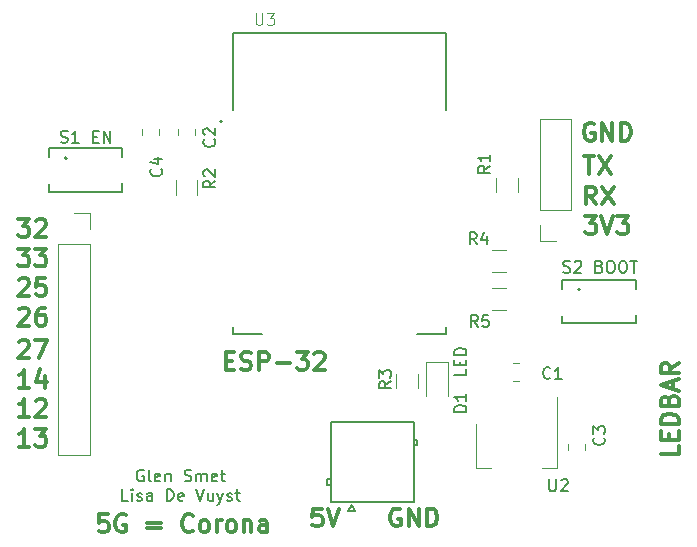
<source format=gto>
G04 #@! TF.GenerationSoftware,KiCad,Pcbnew,(5.1.7-0-10_14)*
G04 #@! TF.CreationDate,2021-04-09T21:32:17+02:00*
G04 #@! TF.ProjectId,LEDbarPCB,4c454462-6172-4504-9342-2e6b69636164,rev?*
G04 #@! TF.SameCoordinates,Original*
G04 #@! TF.FileFunction,Legend,Top*
G04 #@! TF.FilePolarity,Positive*
%FSLAX46Y46*%
G04 Gerber Fmt 4.6, Leading zero omitted, Abs format (unit mm)*
G04 Created by KiCad (PCBNEW (5.1.7-0-10_14)) date 2021-04-09 21:32:17*
%MOMM*%
%LPD*%
G01*
G04 APERTURE LIST*
%ADD10C,0.150000*%
%ADD11C,0.300000*%
%ADD12C,0.200000*%
%ADD13C,0.127000*%
%ADD14C,0.120000*%
%ADD15C,0.015000*%
G04 APERTURE END LIST*
D10*
X128630952Y-70675000D02*
X128535714Y-70627380D01*
X128392857Y-70627380D01*
X128250000Y-70675000D01*
X128154761Y-70770238D01*
X128107142Y-70865476D01*
X128059523Y-71055952D01*
X128059523Y-71198809D01*
X128107142Y-71389285D01*
X128154761Y-71484523D01*
X128250000Y-71579761D01*
X128392857Y-71627380D01*
X128488095Y-71627380D01*
X128630952Y-71579761D01*
X128678571Y-71532142D01*
X128678571Y-71198809D01*
X128488095Y-71198809D01*
X129250000Y-71627380D02*
X129154761Y-71579761D01*
X129107142Y-71484523D01*
X129107142Y-70627380D01*
X130011904Y-71579761D02*
X129916666Y-71627380D01*
X129726190Y-71627380D01*
X129630952Y-71579761D01*
X129583333Y-71484523D01*
X129583333Y-71103571D01*
X129630952Y-71008333D01*
X129726190Y-70960714D01*
X129916666Y-70960714D01*
X130011904Y-71008333D01*
X130059523Y-71103571D01*
X130059523Y-71198809D01*
X129583333Y-71294047D01*
X130488095Y-70960714D02*
X130488095Y-71627380D01*
X130488095Y-71055952D02*
X130535714Y-71008333D01*
X130630952Y-70960714D01*
X130773809Y-70960714D01*
X130869047Y-71008333D01*
X130916666Y-71103571D01*
X130916666Y-71627380D01*
X132107142Y-71579761D02*
X132250000Y-71627380D01*
X132488095Y-71627380D01*
X132583333Y-71579761D01*
X132630952Y-71532142D01*
X132678571Y-71436904D01*
X132678571Y-71341666D01*
X132630952Y-71246428D01*
X132583333Y-71198809D01*
X132488095Y-71151190D01*
X132297619Y-71103571D01*
X132202380Y-71055952D01*
X132154761Y-71008333D01*
X132107142Y-70913095D01*
X132107142Y-70817857D01*
X132154761Y-70722619D01*
X132202380Y-70675000D01*
X132297619Y-70627380D01*
X132535714Y-70627380D01*
X132678571Y-70675000D01*
X133107142Y-71627380D02*
X133107142Y-70960714D01*
X133107142Y-71055952D02*
X133154761Y-71008333D01*
X133250000Y-70960714D01*
X133392857Y-70960714D01*
X133488095Y-71008333D01*
X133535714Y-71103571D01*
X133535714Y-71627380D01*
X133535714Y-71103571D02*
X133583333Y-71008333D01*
X133678571Y-70960714D01*
X133821428Y-70960714D01*
X133916666Y-71008333D01*
X133964285Y-71103571D01*
X133964285Y-71627380D01*
X134821428Y-71579761D02*
X134726190Y-71627380D01*
X134535714Y-71627380D01*
X134440476Y-71579761D01*
X134392857Y-71484523D01*
X134392857Y-71103571D01*
X134440476Y-71008333D01*
X134535714Y-70960714D01*
X134726190Y-70960714D01*
X134821428Y-71008333D01*
X134869047Y-71103571D01*
X134869047Y-71198809D01*
X134392857Y-71294047D01*
X135154761Y-70960714D02*
X135535714Y-70960714D01*
X135297619Y-70627380D02*
X135297619Y-71484523D01*
X135345238Y-71579761D01*
X135440476Y-71627380D01*
X135535714Y-71627380D01*
X127321428Y-73277380D02*
X126845238Y-73277380D01*
X126845238Y-72277380D01*
X127654761Y-73277380D02*
X127654761Y-72610714D01*
X127654761Y-72277380D02*
X127607142Y-72325000D01*
X127654761Y-72372619D01*
X127702380Y-72325000D01*
X127654761Y-72277380D01*
X127654761Y-72372619D01*
X128083333Y-73229761D02*
X128178571Y-73277380D01*
X128369047Y-73277380D01*
X128464285Y-73229761D01*
X128511904Y-73134523D01*
X128511904Y-73086904D01*
X128464285Y-72991666D01*
X128369047Y-72944047D01*
X128226190Y-72944047D01*
X128130952Y-72896428D01*
X128083333Y-72801190D01*
X128083333Y-72753571D01*
X128130952Y-72658333D01*
X128226190Y-72610714D01*
X128369047Y-72610714D01*
X128464285Y-72658333D01*
X129369047Y-73277380D02*
X129369047Y-72753571D01*
X129321428Y-72658333D01*
X129226190Y-72610714D01*
X129035714Y-72610714D01*
X128940476Y-72658333D01*
X129369047Y-73229761D02*
X129273809Y-73277380D01*
X129035714Y-73277380D01*
X128940476Y-73229761D01*
X128892857Y-73134523D01*
X128892857Y-73039285D01*
X128940476Y-72944047D01*
X129035714Y-72896428D01*
X129273809Y-72896428D01*
X129369047Y-72848809D01*
X130607142Y-73277380D02*
X130607142Y-72277380D01*
X130845238Y-72277380D01*
X130988095Y-72325000D01*
X131083333Y-72420238D01*
X131130952Y-72515476D01*
X131178571Y-72705952D01*
X131178571Y-72848809D01*
X131130952Y-73039285D01*
X131083333Y-73134523D01*
X130988095Y-73229761D01*
X130845238Y-73277380D01*
X130607142Y-73277380D01*
X131988095Y-73229761D02*
X131892857Y-73277380D01*
X131702380Y-73277380D01*
X131607142Y-73229761D01*
X131559523Y-73134523D01*
X131559523Y-72753571D01*
X131607142Y-72658333D01*
X131702380Y-72610714D01*
X131892857Y-72610714D01*
X131988095Y-72658333D01*
X132035714Y-72753571D01*
X132035714Y-72848809D01*
X131559523Y-72944047D01*
X133083333Y-72277380D02*
X133416666Y-73277380D01*
X133750000Y-72277380D01*
X134511904Y-72610714D02*
X134511904Y-73277380D01*
X134083333Y-72610714D02*
X134083333Y-73134523D01*
X134130952Y-73229761D01*
X134226190Y-73277380D01*
X134369047Y-73277380D01*
X134464285Y-73229761D01*
X134511904Y-73182142D01*
X134892857Y-72610714D02*
X135130952Y-73277380D01*
X135369047Y-72610714D02*
X135130952Y-73277380D01*
X135035714Y-73515476D01*
X134988095Y-73563095D01*
X134892857Y-73610714D01*
X135702380Y-73229761D02*
X135797619Y-73277380D01*
X135988095Y-73277380D01*
X136083333Y-73229761D01*
X136130952Y-73134523D01*
X136130952Y-73086904D01*
X136083333Y-72991666D01*
X135988095Y-72944047D01*
X135845238Y-72944047D01*
X135750000Y-72896428D01*
X135702380Y-72801190D01*
X135702380Y-72753571D01*
X135750000Y-72658333D01*
X135845238Y-72610714D01*
X135988095Y-72610714D01*
X136083333Y-72658333D01*
X136416666Y-72610714D02*
X136797619Y-72610714D01*
X136559523Y-72277380D02*
X136559523Y-73134523D01*
X136607142Y-73229761D01*
X136702380Y-73277380D01*
X136797619Y-73277380D01*
D11*
X135607142Y-61392857D02*
X136107142Y-61392857D01*
X136321428Y-62178571D02*
X135607142Y-62178571D01*
X135607142Y-60678571D01*
X136321428Y-60678571D01*
X136892857Y-62107142D02*
X137107142Y-62178571D01*
X137464285Y-62178571D01*
X137607142Y-62107142D01*
X137678571Y-62035714D01*
X137750000Y-61892857D01*
X137750000Y-61750000D01*
X137678571Y-61607142D01*
X137607142Y-61535714D01*
X137464285Y-61464285D01*
X137178571Y-61392857D01*
X137035714Y-61321428D01*
X136964285Y-61250000D01*
X136892857Y-61107142D01*
X136892857Y-60964285D01*
X136964285Y-60821428D01*
X137035714Y-60750000D01*
X137178571Y-60678571D01*
X137535714Y-60678571D01*
X137750000Y-60750000D01*
X138392857Y-62178571D02*
X138392857Y-60678571D01*
X138964285Y-60678571D01*
X139107142Y-60750000D01*
X139178571Y-60821428D01*
X139250000Y-60964285D01*
X139250000Y-61178571D01*
X139178571Y-61321428D01*
X139107142Y-61392857D01*
X138964285Y-61464285D01*
X138392857Y-61464285D01*
X139892857Y-61607142D02*
X141035714Y-61607142D01*
X141607142Y-60678571D02*
X142535714Y-60678571D01*
X142035714Y-61250000D01*
X142250000Y-61250000D01*
X142392857Y-61321428D01*
X142464285Y-61392857D01*
X142535714Y-61535714D01*
X142535714Y-61892857D01*
X142464285Y-62035714D01*
X142392857Y-62107142D01*
X142250000Y-62178571D01*
X141821428Y-62178571D01*
X141678571Y-62107142D01*
X141607142Y-62035714D01*
X143107142Y-60821428D02*
X143178571Y-60750000D01*
X143321428Y-60678571D01*
X143678571Y-60678571D01*
X143821428Y-60750000D01*
X143892857Y-60821428D01*
X143964285Y-60964285D01*
X143964285Y-61107142D01*
X143892857Y-61321428D01*
X143035714Y-62178571D01*
X143964285Y-62178571D01*
X125607142Y-74428571D02*
X124892857Y-74428571D01*
X124821428Y-75142857D01*
X124892857Y-75071428D01*
X125035714Y-75000000D01*
X125392857Y-75000000D01*
X125535714Y-75071428D01*
X125607142Y-75142857D01*
X125678571Y-75285714D01*
X125678571Y-75642857D01*
X125607142Y-75785714D01*
X125535714Y-75857142D01*
X125392857Y-75928571D01*
X125035714Y-75928571D01*
X124892857Y-75857142D01*
X124821428Y-75785714D01*
X127107142Y-74500000D02*
X126964285Y-74428571D01*
X126750000Y-74428571D01*
X126535714Y-74500000D01*
X126392857Y-74642857D01*
X126321428Y-74785714D01*
X126250000Y-75071428D01*
X126250000Y-75285714D01*
X126321428Y-75571428D01*
X126392857Y-75714285D01*
X126535714Y-75857142D01*
X126750000Y-75928571D01*
X126892857Y-75928571D01*
X127107142Y-75857142D01*
X127178571Y-75785714D01*
X127178571Y-75285714D01*
X126892857Y-75285714D01*
X128964285Y-75142857D02*
X130107142Y-75142857D01*
X130107142Y-75571428D02*
X128964285Y-75571428D01*
X132821428Y-75785714D02*
X132750000Y-75857142D01*
X132535714Y-75928571D01*
X132392857Y-75928571D01*
X132178571Y-75857142D01*
X132035714Y-75714285D01*
X131964285Y-75571428D01*
X131892857Y-75285714D01*
X131892857Y-75071428D01*
X131964285Y-74785714D01*
X132035714Y-74642857D01*
X132178571Y-74500000D01*
X132392857Y-74428571D01*
X132535714Y-74428571D01*
X132750000Y-74500000D01*
X132821428Y-74571428D01*
X133678571Y-75928571D02*
X133535714Y-75857142D01*
X133464285Y-75785714D01*
X133392857Y-75642857D01*
X133392857Y-75214285D01*
X133464285Y-75071428D01*
X133535714Y-75000000D01*
X133678571Y-74928571D01*
X133892857Y-74928571D01*
X134035714Y-75000000D01*
X134107142Y-75071428D01*
X134178571Y-75214285D01*
X134178571Y-75642857D01*
X134107142Y-75785714D01*
X134035714Y-75857142D01*
X133892857Y-75928571D01*
X133678571Y-75928571D01*
X134821428Y-75928571D02*
X134821428Y-74928571D01*
X134821428Y-75214285D02*
X134892857Y-75071428D01*
X134964285Y-75000000D01*
X135107142Y-74928571D01*
X135250000Y-74928571D01*
X135964285Y-75928571D02*
X135821428Y-75857142D01*
X135750000Y-75785714D01*
X135678571Y-75642857D01*
X135678571Y-75214285D01*
X135750000Y-75071428D01*
X135821428Y-75000000D01*
X135964285Y-74928571D01*
X136178571Y-74928571D01*
X136321428Y-75000000D01*
X136392857Y-75071428D01*
X136464285Y-75214285D01*
X136464285Y-75642857D01*
X136392857Y-75785714D01*
X136321428Y-75857142D01*
X136178571Y-75928571D01*
X135964285Y-75928571D01*
X137107142Y-74928571D02*
X137107142Y-75928571D01*
X137107142Y-75071428D02*
X137178571Y-75000000D01*
X137321428Y-74928571D01*
X137535714Y-74928571D01*
X137678571Y-75000000D01*
X137750000Y-75142857D01*
X137750000Y-75928571D01*
X139107142Y-75928571D02*
X139107142Y-75142857D01*
X139035714Y-75000000D01*
X138892857Y-74928571D01*
X138607142Y-74928571D01*
X138464285Y-75000000D01*
X139107142Y-75857142D02*
X138964285Y-75928571D01*
X138607142Y-75928571D01*
X138464285Y-75857142D01*
X138392857Y-75714285D01*
X138392857Y-75571428D01*
X138464285Y-75428571D01*
X138607142Y-75357142D01*
X138964285Y-75357142D01*
X139107142Y-75285714D01*
X118964285Y-68678571D02*
X118107142Y-68678571D01*
X118535714Y-68678571D02*
X118535714Y-67178571D01*
X118392857Y-67392857D01*
X118250000Y-67535714D01*
X118107142Y-67607142D01*
X119464285Y-67178571D02*
X120392857Y-67178571D01*
X119892857Y-67750000D01*
X120107142Y-67750000D01*
X120250000Y-67821428D01*
X120321428Y-67892857D01*
X120392857Y-68035714D01*
X120392857Y-68392857D01*
X120321428Y-68535714D01*
X120250000Y-68607142D01*
X120107142Y-68678571D01*
X119678571Y-68678571D01*
X119535714Y-68607142D01*
X119464285Y-68535714D01*
X118964285Y-66178571D02*
X118107142Y-66178571D01*
X118535714Y-66178571D02*
X118535714Y-64678571D01*
X118392857Y-64892857D01*
X118250000Y-65035714D01*
X118107142Y-65107142D01*
X119535714Y-64821428D02*
X119607142Y-64750000D01*
X119750000Y-64678571D01*
X120107142Y-64678571D01*
X120250000Y-64750000D01*
X120321428Y-64821428D01*
X120392857Y-64964285D01*
X120392857Y-65107142D01*
X120321428Y-65321428D01*
X119464285Y-66178571D01*
X120392857Y-66178571D01*
X118964285Y-63678571D02*
X118107142Y-63678571D01*
X118535714Y-63678571D02*
X118535714Y-62178571D01*
X118392857Y-62392857D01*
X118250000Y-62535714D01*
X118107142Y-62607142D01*
X120250000Y-62678571D02*
X120250000Y-63678571D01*
X119892857Y-62107142D02*
X119535714Y-63178571D01*
X120464285Y-63178571D01*
X118107142Y-59821428D02*
X118178571Y-59750000D01*
X118321428Y-59678571D01*
X118678571Y-59678571D01*
X118821428Y-59750000D01*
X118892857Y-59821428D01*
X118964285Y-59964285D01*
X118964285Y-60107142D01*
X118892857Y-60321428D01*
X118035714Y-61178571D01*
X118964285Y-61178571D01*
X119464285Y-59678571D02*
X120464285Y-59678571D01*
X119821428Y-61178571D01*
X118107142Y-57071428D02*
X118178571Y-57000000D01*
X118321428Y-56928571D01*
X118678571Y-56928571D01*
X118821428Y-57000000D01*
X118892857Y-57071428D01*
X118964285Y-57214285D01*
X118964285Y-57357142D01*
X118892857Y-57571428D01*
X118035714Y-58428571D01*
X118964285Y-58428571D01*
X120250000Y-56928571D02*
X119964285Y-56928571D01*
X119821428Y-57000000D01*
X119750000Y-57071428D01*
X119607142Y-57285714D01*
X119535714Y-57571428D01*
X119535714Y-58142857D01*
X119607142Y-58285714D01*
X119678571Y-58357142D01*
X119821428Y-58428571D01*
X120107142Y-58428571D01*
X120250000Y-58357142D01*
X120321428Y-58285714D01*
X120392857Y-58142857D01*
X120392857Y-57785714D01*
X120321428Y-57642857D01*
X120250000Y-57571428D01*
X120107142Y-57500000D01*
X119821428Y-57500000D01*
X119678571Y-57571428D01*
X119607142Y-57642857D01*
X119535714Y-57785714D01*
X118107142Y-54571428D02*
X118178571Y-54500000D01*
X118321428Y-54428571D01*
X118678571Y-54428571D01*
X118821428Y-54500000D01*
X118892857Y-54571428D01*
X118964285Y-54714285D01*
X118964285Y-54857142D01*
X118892857Y-55071428D01*
X118035714Y-55928571D01*
X118964285Y-55928571D01*
X120321428Y-54428571D02*
X119607142Y-54428571D01*
X119535714Y-55142857D01*
X119607142Y-55071428D01*
X119750000Y-55000000D01*
X120107142Y-55000000D01*
X120250000Y-55071428D01*
X120321428Y-55142857D01*
X120392857Y-55285714D01*
X120392857Y-55642857D01*
X120321428Y-55785714D01*
X120250000Y-55857142D01*
X120107142Y-55928571D01*
X119750000Y-55928571D01*
X119607142Y-55857142D01*
X119535714Y-55785714D01*
X118035714Y-51928571D02*
X118964285Y-51928571D01*
X118464285Y-52500000D01*
X118678571Y-52500000D01*
X118821428Y-52571428D01*
X118892857Y-52642857D01*
X118964285Y-52785714D01*
X118964285Y-53142857D01*
X118892857Y-53285714D01*
X118821428Y-53357142D01*
X118678571Y-53428571D01*
X118250000Y-53428571D01*
X118107142Y-53357142D01*
X118035714Y-53285714D01*
X119464285Y-51928571D02*
X120392857Y-51928571D01*
X119892857Y-52500000D01*
X120107142Y-52500000D01*
X120250000Y-52571428D01*
X120321428Y-52642857D01*
X120392857Y-52785714D01*
X120392857Y-53142857D01*
X120321428Y-53285714D01*
X120250000Y-53357142D01*
X120107142Y-53428571D01*
X119678571Y-53428571D01*
X119535714Y-53357142D01*
X119464285Y-53285714D01*
X118035714Y-49428571D02*
X118964285Y-49428571D01*
X118464285Y-50000000D01*
X118678571Y-50000000D01*
X118821428Y-50071428D01*
X118892857Y-50142857D01*
X118964285Y-50285714D01*
X118964285Y-50642857D01*
X118892857Y-50785714D01*
X118821428Y-50857142D01*
X118678571Y-50928571D01*
X118250000Y-50928571D01*
X118107142Y-50857142D01*
X118035714Y-50785714D01*
X119535714Y-49571428D02*
X119607142Y-49500000D01*
X119750000Y-49428571D01*
X120107142Y-49428571D01*
X120250000Y-49500000D01*
X120321428Y-49571428D01*
X120392857Y-49714285D01*
X120392857Y-49857142D01*
X120321428Y-50071428D01*
X119464285Y-50928571D01*
X120392857Y-50928571D01*
X150357142Y-74000000D02*
X150214285Y-73928571D01*
X150000000Y-73928571D01*
X149785714Y-74000000D01*
X149642857Y-74142857D01*
X149571428Y-74285714D01*
X149500000Y-74571428D01*
X149500000Y-74785714D01*
X149571428Y-75071428D01*
X149642857Y-75214285D01*
X149785714Y-75357142D01*
X150000000Y-75428571D01*
X150142857Y-75428571D01*
X150357142Y-75357142D01*
X150428571Y-75285714D01*
X150428571Y-74785714D01*
X150142857Y-74785714D01*
X151071428Y-75428571D02*
X151071428Y-73928571D01*
X151928571Y-75428571D01*
X151928571Y-73928571D01*
X152642857Y-75428571D02*
X152642857Y-73928571D01*
X153000000Y-73928571D01*
X153214285Y-74000000D01*
X153357142Y-74142857D01*
X153428571Y-74285714D01*
X153500000Y-74571428D01*
X153500000Y-74785714D01*
X153428571Y-75071428D01*
X153357142Y-75214285D01*
X153214285Y-75357142D01*
X153000000Y-75428571D01*
X152642857Y-75428571D01*
X143714285Y-73928571D02*
X143000000Y-73928571D01*
X142928571Y-74642857D01*
X143000000Y-74571428D01*
X143142857Y-74500000D01*
X143500000Y-74500000D01*
X143642857Y-74571428D01*
X143714285Y-74642857D01*
X143785714Y-74785714D01*
X143785714Y-75142857D01*
X143714285Y-75285714D01*
X143642857Y-75357142D01*
X143500000Y-75428571D01*
X143142857Y-75428571D01*
X143000000Y-75357142D01*
X142928571Y-75285714D01*
X144214285Y-73928571D02*
X144714285Y-75428571D01*
X145214285Y-73928571D01*
X173928571Y-68607142D02*
X173928571Y-69321428D01*
X172428571Y-69321428D01*
X173142857Y-68107142D02*
X173142857Y-67607142D01*
X173928571Y-67392857D02*
X173928571Y-68107142D01*
X172428571Y-68107142D01*
X172428571Y-67392857D01*
X173928571Y-66750000D02*
X172428571Y-66750000D01*
X172428571Y-66392857D01*
X172500000Y-66178571D01*
X172642857Y-66035714D01*
X172785714Y-65964285D01*
X173071428Y-65892857D01*
X173285714Y-65892857D01*
X173571428Y-65964285D01*
X173714285Y-66035714D01*
X173857142Y-66178571D01*
X173928571Y-66392857D01*
X173928571Y-66750000D01*
X173142857Y-64750000D02*
X173214285Y-64535714D01*
X173285714Y-64464285D01*
X173428571Y-64392857D01*
X173642857Y-64392857D01*
X173785714Y-64464285D01*
X173857142Y-64535714D01*
X173928571Y-64678571D01*
X173928571Y-65250000D01*
X172428571Y-65250000D01*
X172428571Y-64750000D01*
X172500000Y-64607142D01*
X172571428Y-64535714D01*
X172714285Y-64464285D01*
X172857142Y-64464285D01*
X173000000Y-64535714D01*
X173071428Y-64607142D01*
X173142857Y-64750000D01*
X173142857Y-65250000D01*
X173500000Y-63821428D02*
X173500000Y-63107142D01*
X173928571Y-63964285D02*
X172428571Y-63464285D01*
X173928571Y-62964285D01*
X173928571Y-61607142D02*
X173214285Y-62107142D01*
X173928571Y-62464285D02*
X172428571Y-62464285D01*
X172428571Y-61892857D01*
X172500000Y-61750000D01*
X172571428Y-61678571D01*
X172714285Y-61607142D01*
X172928571Y-61607142D01*
X173071428Y-61678571D01*
X173142857Y-61750000D01*
X173214285Y-61892857D01*
X173214285Y-62464285D01*
X166042857Y-49178571D02*
X166971428Y-49178571D01*
X166471428Y-49750000D01*
X166685714Y-49750000D01*
X166828571Y-49821428D01*
X166900000Y-49892857D01*
X166971428Y-50035714D01*
X166971428Y-50392857D01*
X166900000Y-50535714D01*
X166828571Y-50607142D01*
X166685714Y-50678571D01*
X166257142Y-50678571D01*
X166114285Y-50607142D01*
X166042857Y-50535714D01*
X167400000Y-49178571D02*
X167900000Y-50678571D01*
X168400000Y-49178571D01*
X168757142Y-49178571D02*
X169685714Y-49178571D01*
X169185714Y-49750000D01*
X169400000Y-49750000D01*
X169542857Y-49821428D01*
X169614285Y-49892857D01*
X169685714Y-50035714D01*
X169685714Y-50392857D01*
X169614285Y-50535714D01*
X169542857Y-50607142D01*
X169400000Y-50678571D01*
X168971428Y-50678571D01*
X168828571Y-50607142D01*
X168757142Y-50535714D01*
X166950000Y-48178571D02*
X166450000Y-47464285D01*
X166092857Y-48178571D02*
X166092857Y-46678571D01*
X166664285Y-46678571D01*
X166807142Y-46750000D01*
X166878571Y-46821428D01*
X166950000Y-46964285D01*
X166950000Y-47178571D01*
X166878571Y-47321428D01*
X166807142Y-47392857D01*
X166664285Y-47464285D01*
X166092857Y-47464285D01*
X167450000Y-46678571D02*
X168450000Y-48178571D01*
X168450000Y-46678571D02*
X167450000Y-48178571D01*
X165957142Y-44078571D02*
X166814285Y-44078571D01*
X166385714Y-45578571D02*
X166385714Y-44078571D01*
X167171428Y-44078571D02*
X168171428Y-45578571D01*
X168171428Y-44078571D02*
X167171428Y-45578571D01*
X166757142Y-41350000D02*
X166614285Y-41278571D01*
X166400000Y-41278571D01*
X166185714Y-41350000D01*
X166042857Y-41492857D01*
X165971428Y-41635714D01*
X165900000Y-41921428D01*
X165900000Y-42135714D01*
X165971428Y-42421428D01*
X166042857Y-42564285D01*
X166185714Y-42707142D01*
X166400000Y-42778571D01*
X166542857Y-42778571D01*
X166757142Y-42707142D01*
X166828571Y-42635714D01*
X166828571Y-42135714D01*
X166542857Y-42135714D01*
X167471428Y-42778571D02*
X167471428Y-41278571D01*
X168328571Y-42778571D01*
X168328571Y-41278571D01*
X169042857Y-42778571D02*
X169042857Y-41278571D01*
X169400000Y-41278571D01*
X169614285Y-41350000D01*
X169757142Y-41492857D01*
X169828571Y-41635714D01*
X169900000Y-41921428D01*
X169900000Y-42135714D01*
X169828571Y-42421428D01*
X169757142Y-42564285D01*
X169614285Y-42707142D01*
X169400000Y-42778571D01*
X169042857Y-42778571D01*
D12*
X135302000Y-41170000D02*
G75*
G03*
X135302000Y-41170000I-100000J0D01*
G01*
D13*
X136202000Y-58520000D02*
X136202000Y-59170000D01*
X136202000Y-59170000D02*
X138652000Y-59170000D01*
X151752000Y-59170000D02*
X154202000Y-59170000D01*
X154202000Y-59170000D02*
X154202000Y-58520000D01*
X136202000Y-40170000D02*
X136202000Y-33670000D01*
X136202000Y-33670000D02*
X154202000Y-33670000D01*
X154202000Y-33670000D02*
X154202000Y-40170000D01*
D14*
X159922248Y-63108000D02*
X160444752Y-63108000D01*
X159922248Y-61638000D02*
X160444752Y-61638000D01*
X131549000Y-42317252D02*
X131549000Y-41794748D01*
X133019000Y-42317252D02*
X133019000Y-41794748D01*
X166020000Y-69005752D02*
X166020000Y-68483248D01*
X164550000Y-69005752D02*
X164550000Y-68483248D01*
X128501000Y-42338752D02*
X128501000Y-41816248D01*
X129971000Y-42338752D02*
X129971000Y-41816248D01*
X154433000Y-64392000D02*
X154433000Y-61532000D01*
X154433000Y-61532000D02*
X152513000Y-61532000D01*
X152513000Y-61532000D02*
X152513000Y-64392000D01*
X163530000Y-51260000D02*
X162200000Y-51260000D01*
X162200000Y-51260000D02*
X162200000Y-49930000D01*
X162200000Y-48660000D02*
X162200000Y-40980000D01*
X164860000Y-40980000D02*
X162200000Y-40980000D01*
X164860000Y-48660000D02*
X164860000Y-40980000D01*
X164860000Y-48660000D02*
X162200000Y-48660000D01*
X160310000Y-47102064D02*
X160310000Y-45897936D01*
X158490000Y-47102064D02*
X158490000Y-45897936D01*
X133160000Y-46147936D02*
X133160000Y-47352064D01*
X131340000Y-46147936D02*
X131340000Y-47352064D01*
X150023000Y-63703564D02*
X150023000Y-62499436D01*
X151843000Y-63703564D02*
X151843000Y-62499436D01*
X158114436Y-53888000D02*
X159318564Y-53888000D01*
X158114436Y-52068000D02*
X159318564Y-52068000D01*
X159314564Y-55290000D02*
X158110436Y-55290000D01*
X159314564Y-57110000D02*
X158110436Y-57110000D01*
D12*
X122150000Y-44250000D02*
G75*
G03*
X122150000Y-44250000I-100000J0D01*
G01*
X126850000Y-47100000D02*
X126850000Y-46350000D01*
X120650000Y-47100000D02*
X126850000Y-47100000D01*
X120650000Y-46450000D02*
X120650000Y-47100000D01*
X126850000Y-43400000D02*
X126850000Y-44150000D01*
X120650000Y-43400000D02*
X126850000Y-43400000D01*
X120650000Y-44150000D02*
X120650000Y-43400000D01*
X164100000Y-55300000D02*
X164100000Y-54550000D01*
X164100000Y-54550000D02*
X170300000Y-54550000D01*
X170300000Y-54550000D02*
X170300000Y-55300000D01*
X164100000Y-57600000D02*
X164100000Y-58250000D01*
X164100000Y-58250000D02*
X170300000Y-58250000D01*
X170300000Y-58250000D02*
X170300000Y-57500000D01*
X165600000Y-55400000D02*
G75*
G03*
X165600000Y-55400000I-100000J0D01*
G01*
D14*
X156795000Y-70531000D02*
X158055000Y-70531000D01*
X163615000Y-70531000D02*
X162355000Y-70531000D01*
X156795000Y-66771000D02*
X156795000Y-70531000D01*
X163615000Y-64521000D02*
X163615000Y-70531000D01*
D13*
X144502420Y-66601480D02*
X151497580Y-66601480D01*
X151497580Y-66601480D02*
X151497580Y-73398520D01*
X151497580Y-73398520D02*
X144502420Y-73398520D01*
X144502420Y-73398520D02*
X144502420Y-71905000D01*
X144502420Y-71905000D02*
X144502420Y-71427480D01*
X144502420Y-71427480D02*
X144502420Y-66601480D01*
X145937520Y-74127500D02*
X146255020Y-73649980D01*
X146255020Y-73649980D02*
X146572520Y-74127500D01*
X146572520Y-74127500D02*
X145937520Y-74127500D01*
X144502420Y-71905000D02*
X144190000Y-71905000D01*
X144190000Y-71905000D02*
X144190000Y-71427480D01*
X144190000Y-71427480D02*
X144502420Y-71427480D01*
X151497580Y-68095000D02*
X151810000Y-68095000D01*
X151810000Y-68095000D02*
X151810000Y-68572520D01*
X151810000Y-68572520D02*
X151497580Y-68572520D01*
D14*
X122750000Y-48930000D02*
X124080000Y-48930000D01*
X124080000Y-48930000D02*
X124080000Y-50260000D01*
X124080000Y-51530000D02*
X124080000Y-69370000D01*
X121420000Y-69370000D02*
X124080000Y-69370000D01*
X121420000Y-51530000D02*
X121420000Y-69370000D01*
X121420000Y-51530000D02*
X124080000Y-51530000D01*
D15*
X138115095Y-31987380D02*
X138115095Y-32796904D01*
X138162714Y-32892142D01*
X138210333Y-32939761D01*
X138305571Y-32987380D01*
X138496047Y-32987380D01*
X138591285Y-32939761D01*
X138638904Y-32892142D01*
X138686523Y-32796904D01*
X138686523Y-31987380D01*
X139067476Y-31987380D02*
X139686523Y-31987380D01*
X139353190Y-32368333D01*
X139496047Y-32368333D01*
X139591285Y-32415952D01*
X139638904Y-32463571D01*
X139686523Y-32558809D01*
X139686523Y-32796904D01*
X139638904Y-32892142D01*
X139591285Y-32939761D01*
X139496047Y-32987380D01*
X139210333Y-32987380D01*
X139115095Y-32939761D01*
X139067476Y-32892142D01*
D10*
X163083333Y-62857142D02*
X163035714Y-62904761D01*
X162892857Y-62952380D01*
X162797619Y-62952380D01*
X162654761Y-62904761D01*
X162559523Y-62809523D01*
X162511904Y-62714285D01*
X162464285Y-62523809D01*
X162464285Y-62380952D01*
X162511904Y-62190476D01*
X162559523Y-62095238D01*
X162654761Y-62000000D01*
X162797619Y-61952380D01*
X162892857Y-61952380D01*
X163035714Y-62000000D01*
X163083333Y-62047619D01*
X164035714Y-62952380D02*
X163464285Y-62952380D01*
X163750000Y-62952380D02*
X163750000Y-61952380D01*
X163654761Y-62095238D01*
X163559523Y-62190476D01*
X163464285Y-62238095D01*
X134607142Y-42666666D02*
X134654761Y-42714285D01*
X134702380Y-42857142D01*
X134702380Y-42952380D01*
X134654761Y-43095238D01*
X134559523Y-43190476D01*
X134464285Y-43238095D01*
X134273809Y-43285714D01*
X134130952Y-43285714D01*
X133940476Y-43238095D01*
X133845238Y-43190476D01*
X133750000Y-43095238D01*
X133702380Y-42952380D01*
X133702380Y-42857142D01*
X133750000Y-42714285D01*
X133797619Y-42666666D01*
X133797619Y-42285714D02*
X133750000Y-42238095D01*
X133702380Y-42142857D01*
X133702380Y-41904761D01*
X133750000Y-41809523D01*
X133797619Y-41761904D01*
X133892857Y-41714285D01*
X133988095Y-41714285D01*
X134130952Y-41761904D01*
X134702380Y-42333333D01*
X134702380Y-41714285D01*
X167607142Y-67916666D02*
X167654761Y-67964285D01*
X167702380Y-68107142D01*
X167702380Y-68202380D01*
X167654761Y-68345238D01*
X167559523Y-68440476D01*
X167464285Y-68488095D01*
X167273809Y-68535714D01*
X167130952Y-68535714D01*
X166940476Y-68488095D01*
X166845238Y-68440476D01*
X166750000Y-68345238D01*
X166702380Y-68202380D01*
X166702380Y-68107142D01*
X166750000Y-67964285D01*
X166797619Y-67916666D01*
X166702380Y-67583333D02*
X166702380Y-66964285D01*
X167083333Y-67297619D01*
X167083333Y-67154761D01*
X167130952Y-67059523D01*
X167178571Y-67011904D01*
X167273809Y-66964285D01*
X167511904Y-66964285D01*
X167607142Y-67011904D01*
X167654761Y-67059523D01*
X167702380Y-67154761D01*
X167702380Y-67440476D01*
X167654761Y-67535714D01*
X167607142Y-67583333D01*
X130107142Y-45166666D02*
X130154761Y-45214285D01*
X130202380Y-45357142D01*
X130202380Y-45452380D01*
X130154761Y-45595238D01*
X130059523Y-45690476D01*
X129964285Y-45738095D01*
X129773809Y-45785714D01*
X129630952Y-45785714D01*
X129440476Y-45738095D01*
X129345238Y-45690476D01*
X129250000Y-45595238D01*
X129202380Y-45452380D01*
X129202380Y-45357142D01*
X129250000Y-45214285D01*
X129297619Y-45166666D01*
X129535714Y-44309523D02*
X130202380Y-44309523D01*
X129154761Y-44547619D02*
X129869047Y-44785714D01*
X129869047Y-44166666D01*
X155952380Y-65738095D02*
X154952380Y-65738095D01*
X154952380Y-65500000D01*
X155000000Y-65357142D01*
X155095238Y-65261904D01*
X155190476Y-65214285D01*
X155380952Y-65166666D01*
X155523809Y-65166666D01*
X155714285Y-65214285D01*
X155809523Y-65261904D01*
X155904761Y-65357142D01*
X155952380Y-65500000D01*
X155952380Y-65738095D01*
X155952380Y-64214285D02*
X155952380Y-64785714D01*
X155952380Y-64500000D02*
X154952380Y-64500000D01*
X155095238Y-64595238D01*
X155190476Y-64690476D01*
X155238095Y-64785714D01*
X155952380Y-62142857D02*
X155952380Y-62619047D01*
X154952380Y-62619047D01*
X155428571Y-61809523D02*
X155428571Y-61476190D01*
X155952380Y-61333333D02*
X155952380Y-61809523D01*
X154952380Y-61809523D01*
X154952380Y-61333333D01*
X155952380Y-60904761D02*
X154952380Y-60904761D01*
X154952380Y-60666666D01*
X155000000Y-60523809D01*
X155095238Y-60428571D01*
X155190476Y-60380952D01*
X155380952Y-60333333D01*
X155523809Y-60333333D01*
X155714285Y-60380952D01*
X155809523Y-60428571D01*
X155904761Y-60523809D01*
X155952380Y-60666666D01*
X155952380Y-60904761D01*
X157952380Y-44916666D02*
X157476190Y-45250000D01*
X157952380Y-45488095D02*
X156952380Y-45488095D01*
X156952380Y-45107142D01*
X157000000Y-45011904D01*
X157047619Y-44964285D01*
X157142857Y-44916666D01*
X157285714Y-44916666D01*
X157380952Y-44964285D01*
X157428571Y-45011904D01*
X157476190Y-45107142D01*
X157476190Y-45488095D01*
X157952380Y-43964285D02*
X157952380Y-44535714D01*
X157952380Y-44250000D02*
X156952380Y-44250000D01*
X157095238Y-44345238D01*
X157190476Y-44440476D01*
X157238095Y-44535714D01*
X134702380Y-46166666D02*
X134226190Y-46500000D01*
X134702380Y-46738095D02*
X133702380Y-46738095D01*
X133702380Y-46357142D01*
X133750000Y-46261904D01*
X133797619Y-46214285D01*
X133892857Y-46166666D01*
X134035714Y-46166666D01*
X134130952Y-46214285D01*
X134178571Y-46261904D01*
X134226190Y-46357142D01*
X134226190Y-46738095D01*
X133797619Y-45785714D02*
X133750000Y-45738095D01*
X133702380Y-45642857D01*
X133702380Y-45404761D01*
X133750000Y-45309523D01*
X133797619Y-45261904D01*
X133892857Y-45214285D01*
X133988095Y-45214285D01*
X134130952Y-45261904D01*
X134702380Y-45833333D01*
X134702380Y-45214285D01*
X149565380Y-63166666D02*
X149089190Y-63500000D01*
X149565380Y-63738095D02*
X148565380Y-63738095D01*
X148565380Y-63357142D01*
X148613000Y-63261904D01*
X148660619Y-63214285D01*
X148755857Y-63166666D01*
X148898714Y-63166666D01*
X148993952Y-63214285D01*
X149041571Y-63261904D01*
X149089190Y-63357142D01*
X149089190Y-63738095D01*
X148565380Y-62833333D02*
X148565380Y-62214285D01*
X148946333Y-62547619D01*
X148946333Y-62404761D01*
X148993952Y-62309523D01*
X149041571Y-62261904D01*
X149136809Y-62214285D01*
X149374904Y-62214285D01*
X149470142Y-62261904D01*
X149517761Y-62309523D01*
X149565380Y-62404761D01*
X149565380Y-62690476D01*
X149517761Y-62785714D01*
X149470142Y-62833333D01*
X156833333Y-51552380D02*
X156500000Y-51076190D01*
X156261904Y-51552380D02*
X156261904Y-50552380D01*
X156642857Y-50552380D01*
X156738095Y-50600000D01*
X156785714Y-50647619D01*
X156833333Y-50742857D01*
X156833333Y-50885714D01*
X156785714Y-50980952D01*
X156738095Y-51028571D01*
X156642857Y-51076190D01*
X156261904Y-51076190D01*
X157690476Y-50885714D02*
X157690476Y-51552380D01*
X157452380Y-50504761D02*
X157214285Y-51219047D01*
X157833333Y-51219047D01*
X156933333Y-58552380D02*
X156600000Y-58076190D01*
X156361904Y-58552380D02*
X156361904Y-57552380D01*
X156742857Y-57552380D01*
X156838095Y-57600000D01*
X156885714Y-57647619D01*
X156933333Y-57742857D01*
X156933333Y-57885714D01*
X156885714Y-57980952D01*
X156838095Y-58028571D01*
X156742857Y-58076190D01*
X156361904Y-58076190D01*
X157838095Y-57552380D02*
X157361904Y-57552380D01*
X157314285Y-58028571D01*
X157361904Y-57980952D01*
X157457142Y-57933333D01*
X157695238Y-57933333D01*
X157790476Y-57980952D01*
X157838095Y-58028571D01*
X157885714Y-58123809D01*
X157885714Y-58361904D01*
X157838095Y-58457142D01*
X157790476Y-58504761D01*
X157695238Y-58552380D01*
X157457142Y-58552380D01*
X157361904Y-58504761D01*
X157314285Y-58457142D01*
X121630952Y-42904761D02*
X121773809Y-42952380D01*
X122011904Y-42952380D01*
X122107142Y-42904761D01*
X122154761Y-42857142D01*
X122202380Y-42761904D01*
X122202380Y-42666666D01*
X122154761Y-42571428D01*
X122107142Y-42523809D01*
X122011904Y-42476190D01*
X121821428Y-42428571D01*
X121726190Y-42380952D01*
X121678571Y-42333333D01*
X121630952Y-42238095D01*
X121630952Y-42142857D01*
X121678571Y-42047619D01*
X121726190Y-42000000D01*
X121821428Y-41952380D01*
X122059523Y-41952380D01*
X122202380Y-42000000D01*
X123154761Y-42952380D02*
X122583333Y-42952380D01*
X122869047Y-42952380D02*
X122869047Y-41952380D01*
X122773809Y-42095238D01*
X122678571Y-42190476D01*
X122583333Y-42238095D01*
X124345238Y-42428571D02*
X124678571Y-42428571D01*
X124821428Y-42952380D02*
X124345238Y-42952380D01*
X124345238Y-41952380D01*
X124821428Y-41952380D01*
X125250000Y-42952380D02*
X125250000Y-41952380D01*
X125821428Y-42952380D01*
X125821428Y-41952380D01*
X164178571Y-53904761D02*
X164321428Y-53952380D01*
X164559523Y-53952380D01*
X164654761Y-53904761D01*
X164702380Y-53857142D01*
X164750000Y-53761904D01*
X164750000Y-53666666D01*
X164702380Y-53571428D01*
X164654761Y-53523809D01*
X164559523Y-53476190D01*
X164369047Y-53428571D01*
X164273809Y-53380952D01*
X164226190Y-53333333D01*
X164178571Y-53238095D01*
X164178571Y-53142857D01*
X164226190Y-53047619D01*
X164273809Y-53000000D01*
X164369047Y-52952380D01*
X164607142Y-52952380D01*
X164750000Y-53000000D01*
X165130952Y-53047619D02*
X165178571Y-53000000D01*
X165273809Y-52952380D01*
X165511904Y-52952380D01*
X165607142Y-53000000D01*
X165654761Y-53047619D01*
X165702380Y-53142857D01*
X165702380Y-53238095D01*
X165654761Y-53380952D01*
X165083333Y-53952380D01*
X165702380Y-53952380D01*
X167226190Y-53428571D02*
X167369047Y-53476190D01*
X167416666Y-53523809D01*
X167464285Y-53619047D01*
X167464285Y-53761904D01*
X167416666Y-53857142D01*
X167369047Y-53904761D01*
X167273809Y-53952380D01*
X166892857Y-53952380D01*
X166892857Y-52952380D01*
X167226190Y-52952380D01*
X167321428Y-53000000D01*
X167369047Y-53047619D01*
X167416666Y-53142857D01*
X167416666Y-53238095D01*
X167369047Y-53333333D01*
X167321428Y-53380952D01*
X167226190Y-53428571D01*
X166892857Y-53428571D01*
X168083333Y-52952380D02*
X168273809Y-52952380D01*
X168369047Y-53000000D01*
X168464285Y-53095238D01*
X168511904Y-53285714D01*
X168511904Y-53619047D01*
X168464285Y-53809523D01*
X168369047Y-53904761D01*
X168273809Y-53952380D01*
X168083333Y-53952380D01*
X167988095Y-53904761D01*
X167892857Y-53809523D01*
X167845238Y-53619047D01*
X167845238Y-53285714D01*
X167892857Y-53095238D01*
X167988095Y-53000000D01*
X168083333Y-52952380D01*
X169130952Y-52952380D02*
X169321428Y-52952380D01*
X169416666Y-53000000D01*
X169511904Y-53095238D01*
X169559523Y-53285714D01*
X169559523Y-53619047D01*
X169511904Y-53809523D01*
X169416666Y-53904761D01*
X169321428Y-53952380D01*
X169130952Y-53952380D01*
X169035714Y-53904761D01*
X168940476Y-53809523D01*
X168892857Y-53619047D01*
X168892857Y-53285714D01*
X168940476Y-53095238D01*
X169035714Y-53000000D01*
X169130952Y-52952380D01*
X169845238Y-52952380D02*
X170416666Y-52952380D01*
X170130952Y-53952380D02*
X170130952Y-52952380D01*
X162988095Y-71452380D02*
X162988095Y-72261904D01*
X163035714Y-72357142D01*
X163083333Y-72404761D01*
X163178571Y-72452380D01*
X163369047Y-72452380D01*
X163464285Y-72404761D01*
X163511904Y-72357142D01*
X163559523Y-72261904D01*
X163559523Y-71452380D01*
X163988095Y-71547619D02*
X164035714Y-71500000D01*
X164130952Y-71452380D01*
X164369047Y-71452380D01*
X164464285Y-71500000D01*
X164511904Y-71547619D01*
X164559523Y-71642857D01*
X164559523Y-71738095D01*
X164511904Y-71880952D01*
X163940476Y-72452380D01*
X164559523Y-72452380D01*
M02*

</source>
